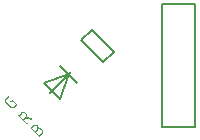
<source format=gto>
G04 Layer_Color=65535*
%FSLAX44Y44*%
%MOMM*%
G71*
G01*
G75*
%ADD16C,0.2000*%
G36*
X974191Y789919D02*
X974509Y789850D01*
X974854Y789754D01*
X975240Y789588D01*
X975612Y789354D01*
X975791Y789202D01*
X975971Y789050D01*
X975985Y789036D01*
X976040Y788981D01*
X976109Y788885D01*
X976205Y788788D01*
X976302Y788636D01*
X976412Y788471D01*
X976536Y788264D01*
X976647Y788043D01*
X976743Y787809D01*
X976826Y787533D01*
X976895Y787271D01*
X976923Y786967D01*
X976936Y786650D01*
X976909Y786319D01*
X976826Y785988D01*
X976702Y785643D01*
X980592Y784347D01*
X980619D01*
X980675Y784319D01*
X980743Y784278D01*
X980812Y784209D01*
X980840Y784181D01*
X980881Y784112D01*
X980923Y783988D01*
X980937Y783836D01*
Y783809D01*
X980923Y783712D01*
X980881Y783588D01*
X980799Y783478D01*
X980785Y783464D01*
X980757Y783436D01*
X980647Y783381D01*
X980550Y783340D01*
X980468Y783312D01*
X980357D01*
X980247Y783340D01*
X976109Y784719D01*
X976095Y784705D01*
X976054Y784691D01*
X976012Y784650D01*
X975957Y784595D01*
X974481Y783119D01*
X977088Y780512D01*
X977102Y780498D01*
X977143Y780457D01*
X977198Y780374D01*
X977226Y780291D01*
X977240Y780167D01*
X977254Y780043D01*
X977198Y779905D01*
X977088Y779767D01*
X977074Y779753D01*
X977033Y779712D01*
X976950Y779657D01*
X976867Y779629D01*
X976757Y779602D01*
X976619D01*
X976495Y779643D01*
X976357Y779753D01*
X969653Y786457D01*
X969640Y786471D01*
X969598Y786512D01*
X969543Y786595D01*
X969502Y786692D01*
X969488Y786788D01*
Y786926D01*
X969529Y787050D01*
X969640Y787188D01*
X971502Y789050D01*
X971516Y789064D01*
X971543Y789092D01*
X971598Y789147D01*
X971667Y789188D01*
X971750Y789271D01*
X971860Y789354D01*
X972122Y789505D01*
X972454Y789671D01*
X972826Y789823D01*
X973267Y789933D01*
X973502Y789947D01*
X973736Y789961D01*
X973791D01*
X973860Y789947D01*
X973957Y789961D01*
X974191Y789919D01*
D02*
G37*
G36*
X961596Y803397D02*
X961734Y803287D01*
X961748Y803273D01*
X961789Y803232D01*
X961845Y803149D01*
X961872Y803066D01*
X961886Y802942D01*
X961900Y802818D01*
X961845Y802680D01*
X961734Y802542D01*
X959500Y800307D01*
X959486Y800294D01*
X959417Y800225D01*
X959348Y800128D01*
X959265Y799990D01*
X959183Y799825D01*
X959114Y799645D01*
X959058Y799425D01*
X959045Y799190D01*
Y799162D01*
Y799080D01*
X959072Y798969D01*
X959114Y798818D01*
X959155Y798638D01*
X959251Y798459D01*
X959362Y798266D01*
X959514Y798086D01*
X963238Y794362D01*
X963252Y794348D01*
X963321Y794279D01*
X963417Y794211D01*
X963555Y794128D01*
X963721Y794045D01*
X963900Y793976D01*
X964107Y793907D01*
X964341Y793893D01*
X964452D01*
X964562Y793921D01*
X964714Y793962D01*
X964893Y794004D01*
X965072Y794100D01*
X965266Y794211D01*
X965445Y794362D01*
X967307Y796224D01*
X964341Y799190D01*
X963596Y798445D01*
X963583Y798431D01*
X963541Y798390D01*
X963459Y798335D01*
X963376Y798307D01*
X963252Y798293D01*
X963128Y798280D01*
X962990Y798335D01*
X962852Y798445D01*
X962838Y798459D01*
X962796Y798500D01*
X962741Y798583D01*
X962700Y798680D01*
Y798790D01*
X962686Y798914D01*
X962741Y799052D01*
X962852Y799190D01*
X963969Y800307D01*
X963983Y800321D01*
X964024Y800362D01*
X964107Y800418D01*
X964203Y800459D01*
X964314D01*
X964438Y800473D01*
X964576Y800418D01*
X964714Y800307D01*
X968438Y796583D01*
X968452Y796569D01*
X968493Y796528D01*
X968535Y796459D01*
X968576Y796362D01*
X968590Y796238D01*
Y796128D01*
X968535Y795990D01*
X968424Y795852D01*
X966190Y793617D01*
X966176Y793604D01*
X966162Y793590D01*
X966121Y793548D01*
X966052Y793507D01*
X965886Y793369D01*
X965666Y793231D01*
X965390Y793093D01*
X965086Y792955D01*
X964728Y792872D01*
X964341Y792845D01*
X964286D01*
X964162Y792859D01*
X963969Y792886D01*
X963707Y792955D01*
X963417Y793024D01*
X963100Y793176D01*
X962796Y793369D01*
X962493Y793617D01*
X958769Y797342D01*
X958755Y797355D01*
X958727Y797383D01*
X958700Y797411D01*
X958658Y797480D01*
X958520Y797645D01*
X958382Y797866D01*
X958244Y798142D01*
X958107Y798445D01*
X958024Y798804D01*
X957996Y799190D01*
Y799245D01*
X958010Y799369D01*
X958024Y799576D01*
X958093Y799838D01*
X958176Y800114D01*
X958314Y800445D01*
X958507Y800749D01*
X958755Y801052D01*
X960990Y803287D01*
X961003Y803300D01*
X961045Y803342D01*
X961127Y803397D01*
X961224Y803438D01*
X961334D01*
X961459Y803452D01*
X961596Y803397D01*
D02*
G37*
G36*
X984150Y779216D02*
X984343Y779189D01*
X984619Y779133D01*
X984908Y779037D01*
X985212Y778899D01*
X985515Y778706D01*
X985833Y778444D01*
X985846Y778430D01*
X985874Y778402D01*
X985915Y778361D01*
X985971Y778278D01*
X986108Y778085D01*
X986260Y777850D01*
X986412Y777533D01*
X986536Y777161D01*
X986564Y776968D01*
X986605Y776761D01*
Y776540D01*
X986591Y776306D01*
X986619D01*
X986660Y776319D01*
X986757Y776333D01*
X986881Y776347D01*
X987019Y776375D01*
X987598D01*
X987833Y776333D01*
X988067Y776292D01*
X988302Y776223D01*
X988564Y776126D01*
X988812Y776016D01*
X989074Y775864D01*
X989309Y775685D01*
X989557Y775464D01*
X989571Y775450D01*
X989598Y775423D01*
X989640Y775381D01*
X989695Y775299D01*
X989778Y775216D01*
X989860Y775106D01*
X990012Y774844D01*
X990178Y774512D01*
X990329Y774140D01*
X990440Y773699D01*
X990453Y773464D01*
X990467Y773230D01*
X990453Y773216D01*
X990467Y773175D01*
X990453Y773105D01*
Y773023D01*
X990426Y772775D01*
X990343Y772471D01*
X990247Y772126D01*
X990081Y771740D01*
X989847Y771367D01*
X989695Y771188D01*
X989543Y771009D01*
X987681Y769147D01*
X987667Y769133D01*
X987626Y769091D01*
X987557Y769050D01*
X987460Y769009D01*
X987350Y768981D01*
X987226Y768995D01*
X987102Y769036D01*
X986964Y769147D01*
X980260Y775850D01*
X980246Y775864D01*
X980205Y775906D01*
X980150Y775988D01*
X980108Y776085D01*
X980094Y776181D01*
Y776319D01*
X980136Y776444D01*
X980246Y776581D01*
X982108Y778444D01*
X982122Y778457D01*
X982150Y778485D01*
X982191Y778526D01*
X982260Y778568D01*
X982412Y778692D01*
X982633Y778830D01*
X982908Y778995D01*
X983226Y779119D01*
X983584Y779202D01*
X983970Y779230D01*
X984026D01*
X984150Y779216D01*
D02*
G37*
%LPC*%
G36*
X973736Y788912D02*
X973709D01*
X973585Y788898D01*
X973433Y788885D01*
X973226Y788843D01*
X972991Y788774D01*
X972743Y788664D01*
X972481Y788512D01*
X972246Y788305D01*
X970771Y786829D01*
X973736Y783864D01*
X975212Y785340D01*
X975226Y785353D01*
X975240Y785367D01*
X975309Y785464D01*
X975405Y785588D01*
X975516Y785753D01*
X975626Y785974D01*
X975736Y786223D01*
X975805Y786512D01*
X975833Y786816D01*
Y786843D01*
X975819Y786967D01*
X975805Y787119D01*
X975764Y787326D01*
X975695Y787561D01*
X975585Y787809D01*
X975433Y788071D01*
X975226Y788305D01*
X975212Y788319D01*
X975198Y788333D01*
X975116Y788416D01*
X974978Y788499D01*
X974812Y788609D01*
X974592Y788719D01*
X974343Y788829D01*
X974053Y788898D01*
X973736Y788912D01*
D02*
G37*
G36*
X983970Y778154D02*
X983860D01*
X983736Y778140D01*
X983584Y778099D01*
X983419Y778044D01*
X983226Y777961D01*
X983033Y777850D01*
X982853Y777699D01*
X981377Y776223D01*
X983612Y773988D01*
X985088Y775464D01*
X985101Y775478D01*
X985171Y775547D01*
X985239Y775643D01*
X985322Y775781D01*
X985391Y775933D01*
X985474Y776126D01*
X985543Y776333D01*
X985557Y776568D01*
Y776595D01*
Y776678D01*
X985543Y776802D01*
X985501Y776954D01*
X985433Y777133D01*
X985350Y777326D01*
X985239Y777520D01*
X985088Y777699D01*
X985074Y777713D01*
X985005Y777782D01*
X984908Y777850D01*
X984771Y777933D01*
X984619Y778002D01*
X984426Y778085D01*
X984205Y778140D01*
X983970Y778154D01*
D02*
G37*
G36*
X987322Y775326D02*
X987295D01*
X987171Y775312D01*
X987019Y775299D01*
X986812Y775257D01*
X986578Y775188D01*
X986329Y775078D01*
X986067Y774926D01*
X985833Y774719D01*
X984357Y773243D01*
X987322Y770278D01*
X988798Y771754D01*
X988812Y771768D01*
X988826Y771781D01*
X988895Y771878D01*
X988991Y772002D01*
X989102Y772168D01*
X989212Y772388D01*
X989322Y772636D01*
X989391Y772926D01*
X989419Y773230D01*
Y773257D01*
X989405Y773381D01*
X989391Y773533D01*
X989350Y773740D01*
X989281Y773975D01*
X989171Y774223D01*
X989019Y774485D01*
X988812Y774719D01*
X988798Y774733D01*
X988784Y774747D01*
X988702Y774830D01*
X988564Y774912D01*
X988398Y775023D01*
X988177Y775133D01*
X987929Y775244D01*
X987640Y775312D01*
X987322Y775326D01*
D02*
G37*
%LPD*%
D16*
X1005000Y828892D02*
X1019142Y814750D01*
X990858D02*
X1005000Y800608D01*
X996161Y805911D02*
X1013839Y823589D01*
X990858Y814750D02*
X1012071Y821821D01*
X1005000Y800608D02*
X1012071Y821821D01*
X1022661Y850500D02*
X1041400Y831762D01*
X1031500Y859339D02*
X1050238Y840601D01*
X1041400Y831762D02*
X1050238Y840601D01*
X1022661Y850500D02*
X1031500Y859339D01*
X1090750Y881250D02*
X1118750D01*
X1090750Y776950D02*
X1118750D01*
Y881250D01*
X1090750Y776950D02*
Y881250D01*
M02*

</source>
